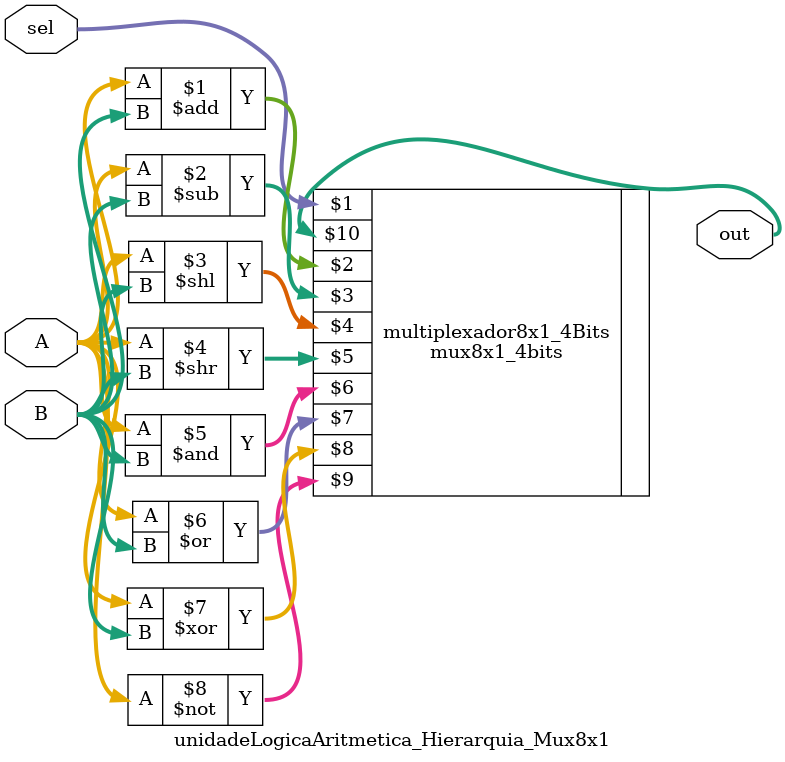
<source format=v>
/*	Unidade Lógica-Aritmética em Verilog
	Implemente, em FPGA e utilize o verilog, uma unidade lógica-aritmética de 4-bits que possua a tabela de operação apresentada ao lado
	
*/
module unidadeLogicaAritmetica_Hierarquia_Mux8x1(input[2:0] sel,input[3:0] A,B, output [3:0] out);
	mux8x1_4bits multiplexador8x1_4Bits(sel,A + B,A - B,A << B,A >> B,A & B, A | B,A ^ B, ~A,out);
endmodule

</source>
